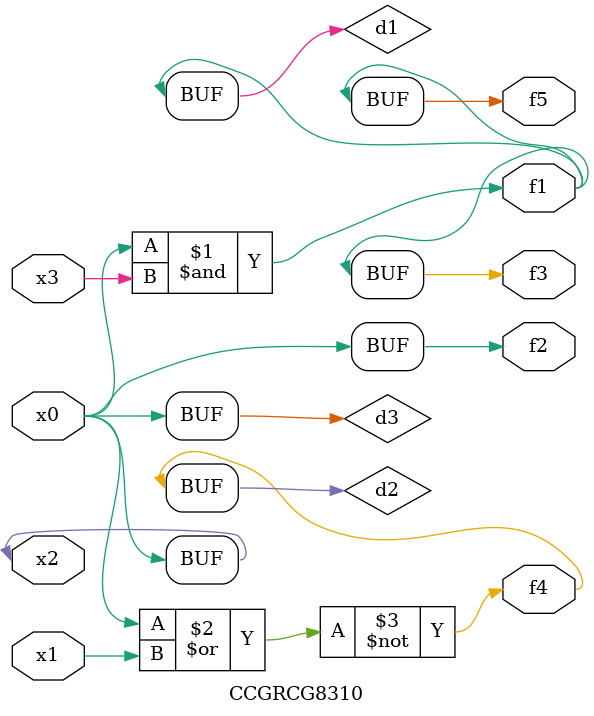
<source format=v>
module CCGRCG8310(
	input x0, x1, x2, x3,
	output f1, f2, f3, f4, f5
);

	wire d1, d2, d3;

	and (d1, x2, x3);
	nor (d2, x0, x1);
	buf (d3, x0, x2);
	assign f1 = d1;
	assign f2 = d3;
	assign f3 = d1;
	assign f4 = d2;
	assign f5 = d1;
endmodule

</source>
